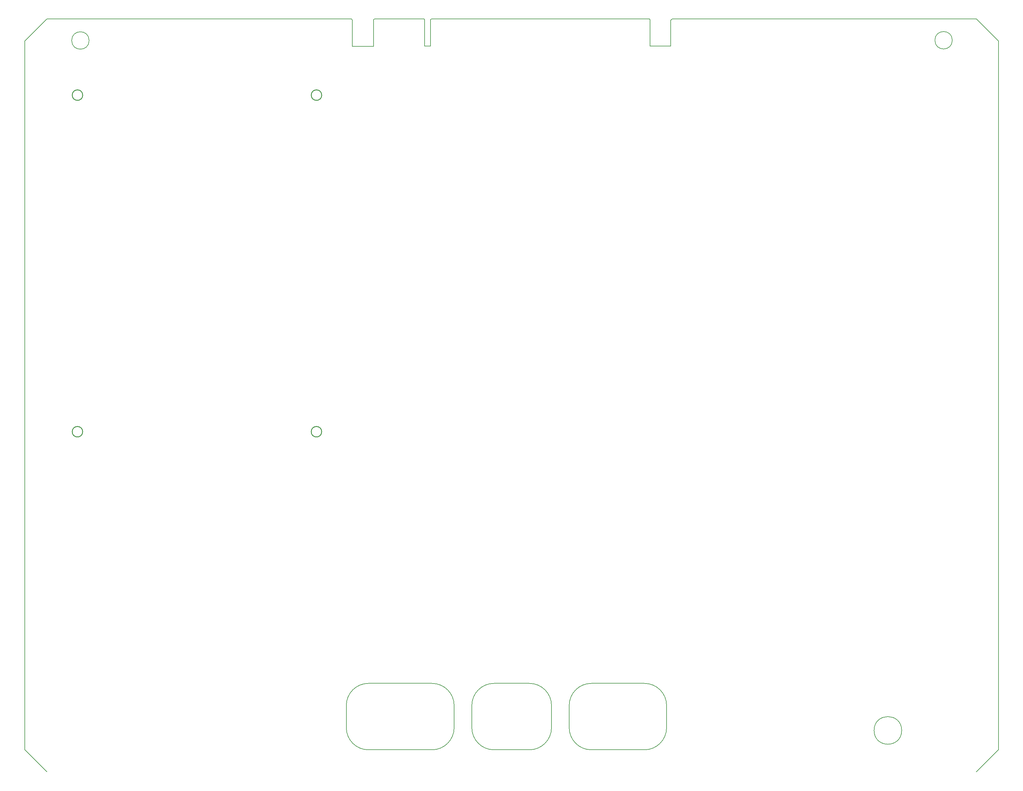
<source format=gm1>
G04 Layer_Color=16711935*
%FSLAX44Y44*%
%MOMM*%
G71*
G01*
G75*
%ADD26C,0.2540*%
%ADD103C,0.1270*%
D26*
X6319800Y7042700D02*
G03*
X6319800Y7042700I-15000J0D01*
G01*
X7005600Y7042706D02*
G03*
X7005600Y7042706I-15000J0D01*
G01*
X6319700Y6077450D02*
G03*
X6319700Y6077450I-15000J0D01*
G01*
X7005500Y6077456D02*
G03*
X7005500Y6077456I-15000J0D01*
G01*
X6153649Y5165374D02*
Y5165374D01*
D103*
X8815000Y7200000D02*
G03*
X8815000Y7200000I-25000J0D01*
G01*
X8669750Y5220974D02*
G03*
X8669750Y5220974I-39600J0D01*
G01*
X6338149Y7199375D02*
G03*
X6338149Y7199375I-25000J0D01*
G01*
X7995150Y5292374D02*
G03*
X7931650Y5355874I-63500J0D01*
G01*
Y5165374D02*
G03*
X7995150Y5228874I0J63500D01*
G01*
X7715750D02*
G03*
X7779249Y5165374I63500J0D01*
G01*
Y5355874D02*
G03*
X7715750Y5292374I0J-63500D01*
G01*
X7499849Y5355874D02*
G03*
X7436349Y5292374I0J-63500D01*
G01*
X7664949D02*
G03*
X7601450Y5355874I-63500J0D01*
G01*
Y5165374D02*
G03*
X7664949Y5228874I0J63500D01*
G01*
X7436349D02*
G03*
X7499849Y5165374I63500J0D01*
G01*
X7322049D02*
G03*
X7385549Y5228874I0J63500D01*
G01*
Y5292374D02*
G03*
X7322049Y5355874I-63500J0D01*
G01*
X7139649D02*
G03*
X7076149Y5292374I0J-63500D01*
G01*
Y5228874D02*
G03*
X7139649Y5165374I63500J0D01*
G01*
X8007000Y7256700D02*
X8011174Y7260875D01*
X8007000Y7183000D02*
Y7256700D01*
X7948000Y7183000D02*
X8007000D01*
X7948000D02*
Y7259000D01*
X7946000Y7261000D02*
X7948000Y7259000D01*
X7320000Y7261000D02*
X7946000D01*
X7318000Y7259000D02*
X7320000Y7261000D01*
X7318000Y7183000D02*
Y7259000D01*
X7301000Y7183000D02*
X7318000D01*
X7301000D02*
Y7259000D01*
X7299125Y7260875D02*
X7301000Y7259000D01*
X7298825Y7260875D02*
X7299125D01*
X6153649Y5165374D02*
X6217148Y5101874D01*
X8884150Y7260875D02*
X8947650Y7197375D01*
X7154449Y7182175D02*
Y7258349D01*
X7156975Y7260875D01*
X7298825D01*
X7779249Y5355874D02*
X7931650D01*
X7995150Y5228874D02*
Y5292374D01*
X7779249Y5165374D02*
X7931650D01*
X7715750Y5228874D02*
Y5292374D01*
X7499849Y5355874D02*
X7601450D01*
X7664949Y5228874D02*
Y5292374D01*
X7499849Y5165374D02*
X7601450D01*
X7436349Y5228874D02*
Y5292374D01*
X7385549Y5228874D02*
Y5292374D01*
X7076149Y5228874D02*
Y5292374D01*
X7139649Y5165374D02*
X7322049D01*
X7139649Y5355874D02*
X7322049D01*
X8947650Y5165374D02*
Y7197375D01*
X8884150Y5101874D02*
X8947650Y5165374D01*
X6153649D02*
Y7197375D01*
X6217148Y7260875D01*
X7090825D01*
X7093449Y7182175D02*
X7154449D01*
X8011174Y7260875D02*
X8884150D01*
X7093449Y7182175D02*
Y7258251D01*
X7090825Y7260875D02*
X7093449Y7258251D01*
M02*

</source>
